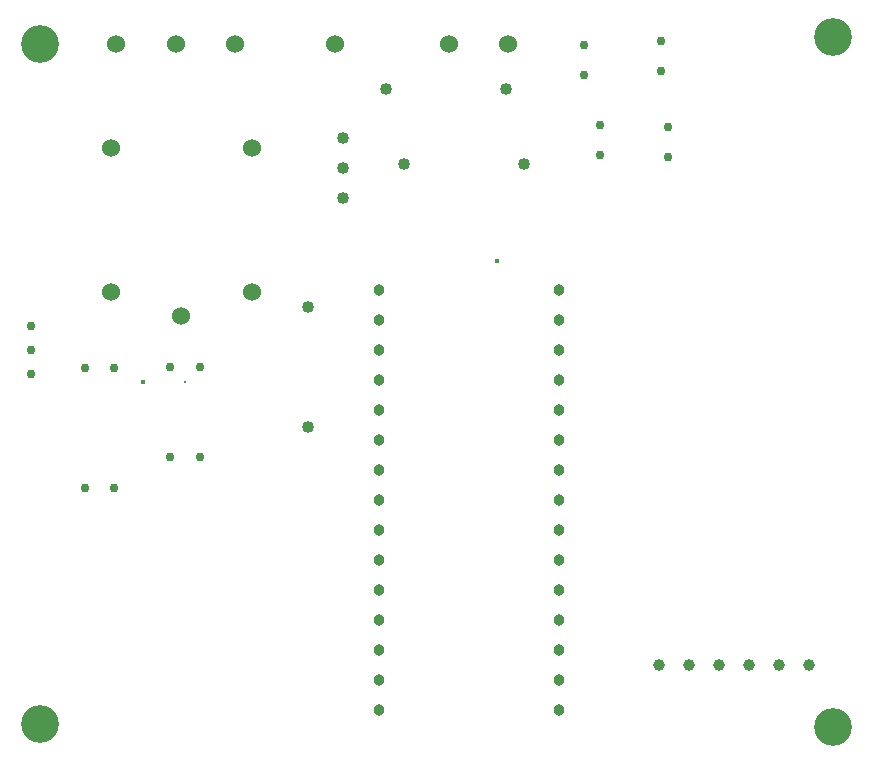
<source format=gbr>
G04 PROTEUS GERBER X2 FILE*
%TF.GenerationSoftware,Labcenter,Proteus,8.6-SP2-Build23525*%
%TF.CreationDate,2020-11-09T16:44:15+00:00*%
%TF.FileFunction,Plated,1,2,PTH*%
%TF.FilePolarity,Positive*%
%TF.Part,Single*%
%FSLAX45Y45*%
%MOMM*%
G01*
%TA.AperFunction,ViaDrill*%
%ADD51C,0.381000*%
%ADD52C,0.254000*%
%TA.AperFunction,ComponentDrill*%
%ADD53C,0.965200*%
%TA.AperFunction,ComponentDrill*%
%ADD54C,1.000000*%
%TA.AperFunction,MechanicalDrill*%
%ADD55C,3.200000*%
%TA.AperFunction,OtherDrill,Unknown*%
%ADD56C,1.524000*%
%TA.AperFunction,ComponentDrill*%
%ADD57C,1.524000*%
%TA.AperFunction,ComponentDrill*%
%ADD58C,0.762000*%
%TA.AperFunction,ComponentDrill*%
%ADD59C,1.016000*%
%TD.AperFunction*%
D51*
X+2873000Y+2167000D03*
D52*
X+234000Y+1143000D03*
D51*
X-127000Y+1143000D03*
D53*
X+1873000Y+1917000D03*
X+1873000Y+1663000D03*
X+1873000Y+1409000D03*
X+1873000Y+1155000D03*
X+1873000Y+901000D03*
X+1873000Y+647000D03*
X+1873000Y+393000D03*
X+1873000Y+139000D03*
X+1873000Y-115000D03*
X+1873000Y-369000D03*
X+1873000Y-623000D03*
X+1873000Y-877000D03*
X+1873000Y-1131000D03*
X+1873000Y-1385000D03*
X+1873000Y-1639000D03*
X+3397000Y-1639000D03*
X+3397000Y-1385000D03*
X+3397000Y-1131000D03*
X+3397000Y-877000D03*
X+3397000Y-623000D03*
X+3397000Y-369000D03*
X+3397000Y-115000D03*
X+3397000Y+139000D03*
X+3397000Y+393000D03*
X+3397000Y+647000D03*
X+3397000Y+901000D03*
X+3397000Y+1155000D03*
X+3397000Y+1409000D03*
X+3397000Y+1663000D03*
X+3397000Y+1917000D03*
D54*
X+5512000Y-1250000D03*
X+5258000Y-1250000D03*
X+5004000Y-1250000D03*
X+4750000Y-1250000D03*
X+4496000Y-1250000D03*
X+4242000Y-1250000D03*
D55*
X-1000000Y-1750000D03*
X-1000000Y+4000000D03*
X+5715000Y+4064000D03*
X+5715000Y-1778000D03*
D56*
X+2965000Y+4000000D03*
D57*
X-400000Y+1900000D03*
X+800000Y+1900000D03*
X+200000Y+1700000D03*
X-400000Y+3120000D03*
X+800000Y+3120000D03*
D58*
X+103000Y+504000D03*
X+357000Y+504000D03*
X+357000Y+1266000D03*
X+103000Y+1266000D03*
D56*
X+2465000Y+4000000D03*
X-350000Y+4000000D03*
X+150000Y+4000000D03*
X+650000Y+4000000D03*
D59*
X+1568000Y+2702000D03*
X+1568000Y+2956000D03*
X+1568000Y+3210000D03*
D58*
X-1072000Y+1612200D03*
X-1072000Y+1409000D03*
X-1072000Y+1205800D03*
D59*
X+1274000Y+1774000D03*
X+1274000Y+758000D03*
X+3100000Y+2985000D03*
X+2084000Y+2985000D03*
X+1933000Y+3623000D03*
X+2949000Y+3623000D03*
D56*
X+1500000Y+4000000D03*
D58*
X+4258000Y+4033000D03*
X+4258000Y+3779000D03*
X+3608000Y+3999000D03*
X+3608000Y+3745000D03*
X+3743000Y+3067000D03*
X+3743000Y+3321000D03*
X+4318000Y+3048000D03*
X+4318000Y+3302000D03*
X-369000Y+1262000D03*
X-369000Y+246000D03*
X-615000Y+1262000D03*
X-615000Y+246000D03*
M02*

</source>
